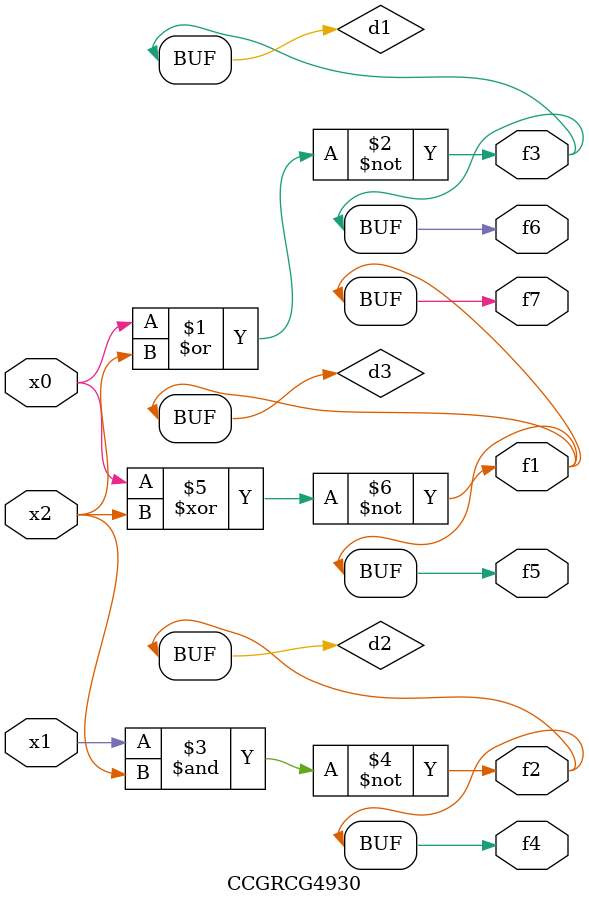
<source format=v>
module CCGRCG4930(
	input x0, x1, x2,
	output f1, f2, f3, f4, f5, f6, f7
);

	wire d1, d2, d3;

	nor (d1, x0, x2);
	nand (d2, x1, x2);
	xnor (d3, x0, x2);
	assign f1 = d3;
	assign f2 = d2;
	assign f3 = d1;
	assign f4 = d2;
	assign f5 = d3;
	assign f6 = d1;
	assign f7 = d3;
endmodule

</source>
